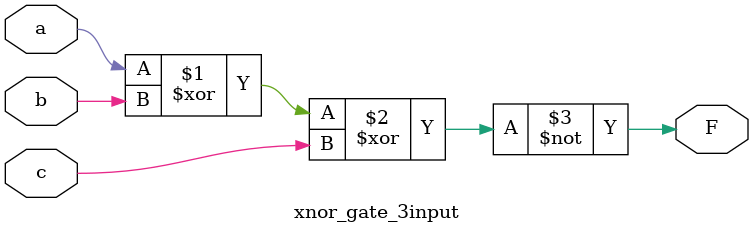
<source format=v>
module xnor_gate_3input (
    input a, b, c,
    output F

);

assign F = ~(a ^ b ^ c);
/* assign F = ~(a | b | c) | (a & b & c); */
endmodule
</source>
